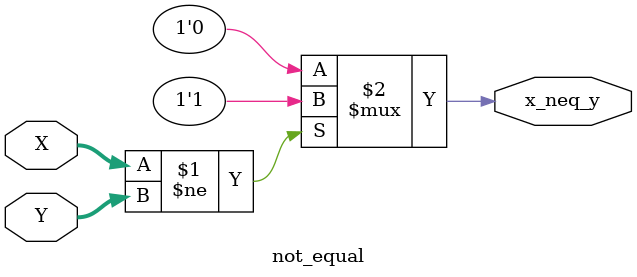
<source format=v>
`timescale 1ns / 1ps
module not_equal(X, Y, x_neq_y);

input [3:0] X;
input [3:0] Y;
output x_neq_y;

assign x_neq_y = (X != Y) ? 1'b1:1'b0;

endmodule

</source>
